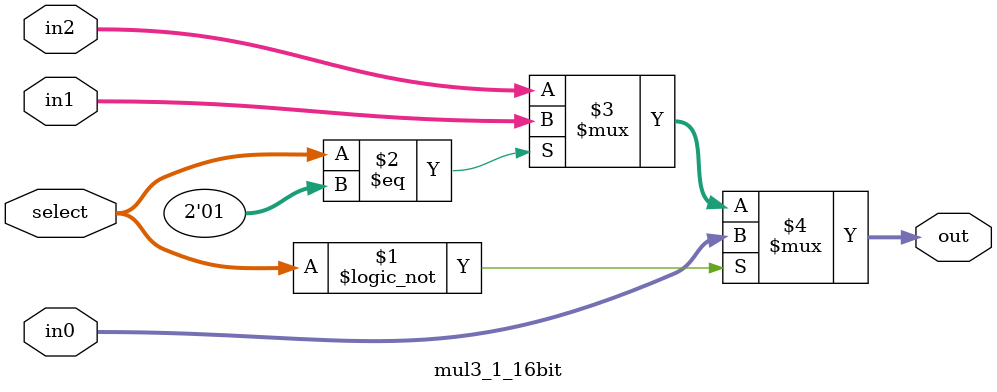
<source format=v>
`include "define.v"

module mul3_1_16bit(
		in0, 
		in1,
		in2,
		select,
		out);
		
	input[15:0] in0, in1, in2;
	input [1:0] select;
	output[15:0] out;
	
	assign out = (select == 2'b00) ? in0 : 
 					((select == 2'b01) ? in1 :  
							in2);
	
endmodule

</source>
